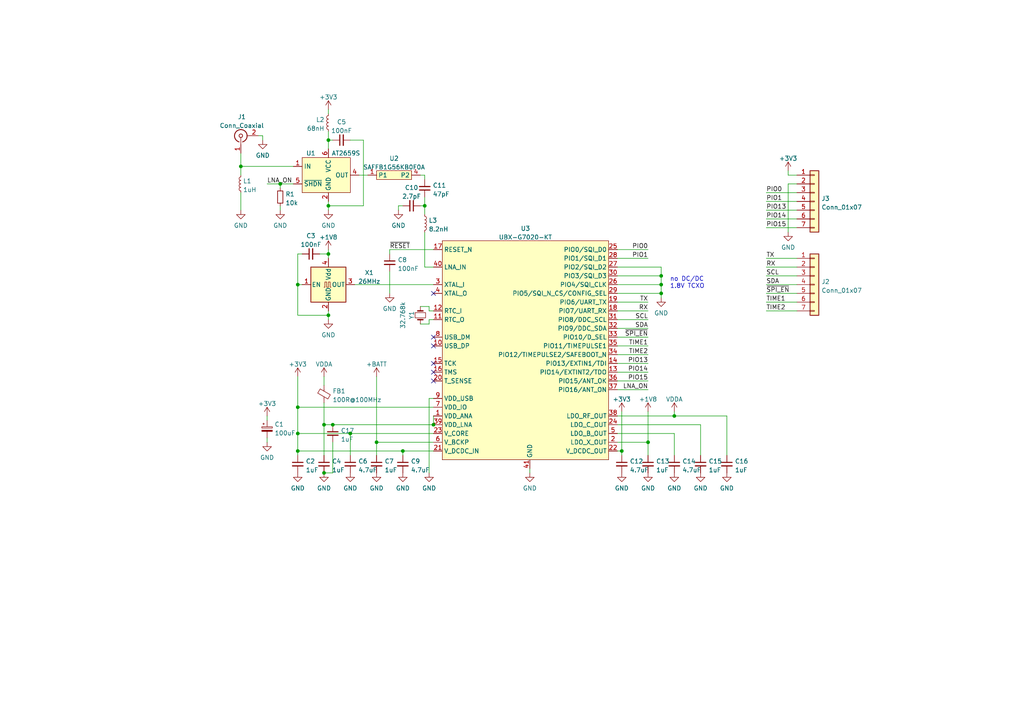
<source format=kicad_sch>
(kicad_sch (version 20211123) (generator eeschema)
  (paper "A4")
  (lib_symbols
    (symbol "Connector:Conn_Coaxial" (pin_names (offset 1.016) hide)
      (property "Reference" "J" (at 0.254 3.048 0))
      (property "Value" "Conn_Coaxial" (at 2.921 0 90))
      (symbol "Conn_Coaxial_0_1"
        (arc (start -1.778 -0.508) (mid 0.2311 -1.8066) (end 1.778 0) (stroke (width 0.254)))
        (polyline (pts (xy -2.54 0) (xy -0.508 0)))
        (polyline (pts (xy 0 -2.54) (xy 0 -1.778)))
        (circle (center 0 0) (radius 0.508) (stroke (width 0.2032)))
        (arc (start 1.778 0) (mid 0.2099 1.8101) (end -1.778 0.508) (stroke (width 0.254)))
      )
      (symbol "Conn_Coaxial_1_1"
        (pin passive line (at -5.08 0 0) (length 2.54) (name "In") (number "1"))
        (pin passive line (at 0 -5.08 90) (length 2.54) (name "Ext") (number "2"))
      )
    )
    (symbol "Connector_Generic:Conn_01x07" (pin_names (offset 1.016) hide)
      (property "Reference" "J" (at 0 10.16 0))
      (property "Value" "Conn_01x07" (at 0 -10.16 0))
      (symbol "Conn_01x07_1_1"
        (rectangle (start -1.27 -7.493) (end 0 -7.747) (stroke (width 0.1524)))
        (rectangle (start -1.27 -4.953) (end 0 -5.207) (stroke (width 0.1524)))
        (rectangle (start -1.27 -2.413) (end 0 -2.667) (stroke (width 0.1524)))
        (rectangle (start -1.27 0.127) (end 0 -0.127) (stroke (width 0.1524)))
        (rectangle (start -1.27 2.667) (end 0 2.413) (stroke (width 0.1524)))
        (rectangle (start -1.27 5.207) (end 0 4.953) (stroke (width 0.1524)))
        (rectangle (start -1.27 7.747) (end 0 7.493) (stroke (width 0.1524)))
        (rectangle (start -1.27 8.89) (end 1.27 -8.89) (stroke (width 0.254)) (fill (type background)))
        (pin passive line (at -5.08 7.62 0) (length 3.81) (name "Pin_1") (number "1"))
        (pin passive line (at -5.08 5.08 0) (length 3.81) (name "Pin_2") (number "2"))
        (pin passive line (at -5.08 2.54 0) (length 3.81) (name "Pin_3") (number "3"))
        (pin passive line (at -5.08 0 0) (length 3.81) (name "Pin_4") (number "4"))
        (pin passive line (at -5.08 -2.54 0) (length 3.81) (name "Pin_5") (number "5"))
        (pin passive line (at -5.08 -5.08 0) (length 3.81) (name "Pin_6") (number "6"))
        (pin passive line (at -5.08 -7.62 0) (length 3.81) (name "Pin_7") (number "7"))
      )
    )
    (symbol "Device:C_Polarized_Small" (pin_numbers hide) (pin_names (offset 0.254) hide)
      (property "Reference" "C" (at 0.254 1.778 0))
      (property "Value" "C_Polarized_Small" (at 0.254 -2.032 0))
      (symbol "C_Polarized_Small_0_1"
        (rectangle (start -1.524 -0.3048) (end 1.524 -0.6858) (fill (type outline)))
        (rectangle (start -1.524 0.6858) (end 1.524 0.3048))
        (polyline (pts (xy -1.27 1.524) (xy -0.762 1.524)))
        (polyline (pts (xy -1.016 1.27) (xy -1.016 1.778)))
      )
      (symbol "C_Polarized_Small_1_1"
        (pin passive line (at 0 2.54 270) (length 1.8542) (name "~") (number "1"))
        (pin passive line (at 0 -2.54 90) (length 1.8542) (name "~") (number "2"))
      )
    )
    (symbol "Device:C_Small" (pin_numbers hide) (pin_names (offset 0.254) hide)
      (property "Reference" "C" (at 0.254 1.778 0))
      (property "Value" "C_Small" (at 0.254 -2.032 0))
      (symbol "C_Small_0_1"
        (polyline (pts (xy -1.524 -0.508) (xy 1.524 -0.508)) (stroke (width 0.3302)))
        (polyline (pts (xy -1.524 0.508) (xy 1.524 0.508)) (stroke (width 0.3048)))
      )
      (symbol "C_Small_1_1"
        (pin passive line (at 0 2.54 270) (length 2.032) (name "~") (number "1"))
        (pin passive line (at 0 -2.54 90) (length 2.032) (name "~") (number "2"))
      )
    )
    (symbol "Device:Crystal_Small" (pin_numbers hide) (pin_names (offset 1.016) hide)
      (property "Reference" "Y" (at 0 2.54 0))
      (property "Value" "Crystal_Small" (at 0 -2.54 0))
      (symbol "Crystal_Small_0_1"
        (rectangle (start -0.762 -1.524) (end 0.762 1.524))
        (polyline (pts (xy -1.27 -0.762) (xy -1.27 0.762)) (stroke (width 0.381)))
        (polyline (pts (xy 1.27 -0.762) (xy 1.27 0.762)) (stroke (width 0.381)))
      )
      (symbol "Crystal_Small_1_1"
        (pin passive line (at -2.54 0 0) (length 1.27) (name "1") (number "1"))
        (pin passive line (at 2.54 0 180) (length 1.27) (name "2") (number "2"))
      )
    )
    (symbol "Device:FerriteBead_Small" (pin_numbers hide) (pin_names (offset 0))
      (property "Reference" "FB" (at 1.905 1.27 0))
      (property "Value" "FerriteBead_Small" (at 1.905 -1.27 0))
      (symbol "FerriteBead_Small_0_1"
        (polyline (pts (xy 0 -1.27) (xy 0 -0.7874)))
        (polyline (pts (xy 0 0.889) (xy 0 1.2954)))
        (polyline (pts (xy -1.8288 0.2794) (xy -1.1176 1.4986) (xy 1.8288 -0.2032) (xy 1.1176 -1.4224) (xy -1.8288 0.2794)))
      )
      (symbol "FerriteBead_Small_1_1"
        (pin passive line (at 0 2.54 270) (length 1.27) (name "~") (number "1"))
        (pin passive line (at 0 -2.54 90) (length 1.27) (name "~") (number "2"))
      )
    )
    (symbol "Device:L_Small" (pin_numbers hide) (pin_names (offset 0.254) hide)
      (property "Reference" "L" (at 0.762 1.016 0))
      (property "Value" "L_Small" (at 0.762 -1.016 0))
      (symbol "L_Small_0_1"
        (arc (start 0 -2.032) (mid 0.508 -1.524) (end 0 -1.016))
        (arc (start 0 -1.016) (mid 0.508 -0.508) (end 0 0))
        (arc (start 0 0) (mid 0.508 0.508) (end 0 1.016))
        (arc (start 0 1.016) (mid 0.508 1.524) (end 0 2.032))
      )
      (symbol "L_Small_1_1"
        (pin passive line (at 0 2.54 270) (length 0.508) (name "~") (number "1"))
        (pin passive line (at 0 -2.54 90) (length 0.508) (name "~") (number "2"))
      )
    )
    (symbol "Device:R_Small" (pin_numbers hide) (pin_names (offset 0.254) hide)
      (property "Reference" "R" (at 0.762 0.508 0))
      (property "Value" "R_Small" (at 0.762 -1.016 0))
      (symbol "R_Small_0_1"
        (rectangle (start -0.762 1.778) (end 0.762 -1.778) (stroke (width 0.2032)))
      )
      (symbol "R_Small_1_1"
        (pin passive line (at 0 2.54 270) (length 0.762) (name "~") (number "1"))
        (pin passive line (at 0 -2.54 90) (length 0.762) (name "~") (number "2"))
      )
    )
    (symbol "GPS_ublox:UBX-G7020-KT"
      (property "Reference" "U" (at -22.86 30.48 0))
      (property "Value" "UBX-G7020-KT" (at 0 30.48 0))
      (symbol "UBX-G7020-KT_0_0"
        (pin power_in line (at -27.94 -21.59 0) (length 2.54) (name "VDD_ANA") (number "1"))
        (pin bidirectional line (at -27.94 -1.27 0) (length 2.54) (name "USB_DP") (number "10"))
        (pin output line (at -27.94 6.35 0) (length 2.54) (name "RTC_O") (number "11"))
        (pin input line (at -27.94 8.89 0) (length 2.54) (name "RTC_I") (number "12"))
        (pin bidirectional line (at 25.4 -8.89 180) (length 2.54) (name "PIO14/EXTINT2/TDO") (number "13"))
        (pin bidirectional line (at 25.4 -6.35 180) (length 2.54) (name "PIO13/EXTIN1/TDI") (number "14"))
        (pin input line (at -27.94 -6.35 0) (length 2.54) (name "TCK") (number "15"))
        (pin input line (at -27.94 -8.89 0) (length 2.54) (name "TMS") (number "16"))
        (pin input line (at -27.94 26.67 0) (length 2.54) (name "RESET_N") (number "17"))
        (pin bidirectional line (at 25.4 8.89 180) (length 2.54) (name "PIO7/UART_RX") (number "18"))
        (pin bidirectional line (at 25.4 11.43 180) (length 2.54) (name "PIO6/UART_TX") (number "19"))
        (pin power_out line (at 25.4 -29.21 180) (length 2.54) (name "LDO_X_OUT") (number "2"))
        (pin input line (at -27.94 -11.43 0) (length 2.54) (name "T_SENSE") (number "20"))
        (pin power_in line (at -27.94 -31.75 0) (length 2.54) (name "V_DCDC_IN") (number "21"))
        (pin power_out line (at 25.4 -31.75 180) (length 2.54) (name "V_DCDC_OUT") (number "22"))
        (pin power_in line (at -27.94 -26.67 0) (length 2.54) (name "V_CORE") (number "23"))
        (pin power_out line (at 25.4 -24.13 180) (length 2.54) (name "LDO_C_OUT") (number "24"))
        (pin bidirectional line (at 25.4 26.67 180) (length 2.54) (name "PIO0/SQI_D0") (number "25"))
        (pin bidirectional line (at 25.4 16.51 180) (length 2.54) (name "PIO4/SQI_CLK") (number "26"))
        (pin bidirectional line (at 25.4 21.59 180) (length 2.54) (name "PIO2/SQI_D2") (number "27"))
        (pin bidirectional line (at 25.4 24.13 180) (length 2.54) (name "PIO1/SQI_D1") (number "28"))
        (pin bidirectional line (at 25.4 13.97 180) (length 2.54) (name "PIO5/SQI_N_CS/CONFIG_SEL") (number "29"))
        (pin input line (at -27.94 16.51 0) (length 2.54) (name "XTAL_I") (number "3"))
        (pin bidirectional line (at 25.4 19.05 180) (length 2.54) (name "PIO3/SQI_D3") (number "30"))
        (pin bidirectional line (at 25.4 6.35 180) (length 2.54) (name "PIO8/DDC_SCL") (number "31"))
        (pin bidirectional line (at 25.4 3.81 180) (length 2.54) (name "PIO9/DDC_SDA") (number "32"))
        (pin bidirectional line (at 25.4 1.27 180) (length 2.54) (name "PIO10/D_SEL") (number "33"))
        (pin bidirectional line (at 25.4 -3.81 180) (length 2.54) (name "PIO12/TIMEPULSE2/SAFEBOOT_N") (number "34"))
        (pin bidirectional line (at 25.4 -1.27 180) (length 2.54) (name "PIO11/TIMEPULSE1") (number "35"))
        (pin bidirectional line (at 25.4 -11.43 180) (length 2.54) (name "PIO15/ANT_OK") (number "36"))
        (pin bidirectional line (at 25.4 -13.97 180) (length 2.54) (name "PIO16/ANT_ON") (number "37"))
        (pin power_out line (at 25.4 -21.59 180) (length 2.54) (name "LDO_RF_OUT") (number "38"))
        (pin power_in line (at -27.94 -24.13 0) (length 2.54) (name "VDD_LNA") (number "39"))
        (pin output line (at -27.94 13.97 0) (length 2.54) (name "XTAL_O") (number "4"))
        (pin input line (at -27.94 21.59 0) (length 2.54) (name "LNA_IN") (number "40"))
        (pin power_in line (at 0 -36.83 90) (length 2.54) (name "GND") (number "41"))
        (pin power_out line (at 25.4 -26.67 180) (length 2.54) (name "LDO_B_OUT") (number "5"))
        (pin power_in line (at -27.94 -29.21 0) (length 2.54) (name "V_BCKP") (number "6"))
        (pin power_in line (at -27.94 -19.05 0) (length 2.54) (name "VDD_IO") (number "7"))
        (pin bidirectional line (at -27.94 1.27 0) (length 2.54) (name "USB_DM") (number "8"))
        (pin power_in line (at -27.94 -16.51 0) (length 2.54) (name "VDD_USB") (number "9"))
      )
      (symbol "UBX-G7020-KT_0_1"
        (rectangle (start -25.4 29.21) (end 22.86 -34.29) (fill (type background)))
      )
    )
    (symbol "Oscillator:ASV-xxxMHz" (pin_names (offset 0.254))
      (property "Reference" "X" (at -5.08 6.35 0))
      (property "Value" "ASV-xxxMHz" (at 1.27 -6.35 0))
      (symbol "ASV-xxxMHz_0_1"
        (rectangle (start -5.08 5.08) (end 5.08 -5.08) (stroke (width 0.254)) (fill (type background)))
        (polyline (pts (xy -1.27 -0.762) (xy -1.016 -0.762) (xy -1.016 0.762) (xy -0.508 0.762) (xy -0.508 -0.762) (xy 0 -0.762) (xy 0 0.762) (xy 0.508 0.762) (xy 0.508 -0.762) (xy 0.762 -0.762)))
      )
      (symbol "ASV-xxxMHz_1_1"
        (pin input line (at -7.62 0 0) (length 2.54) (name "EN") (number "1"))
        (pin power_in line (at 0 -7.62 90) (length 2.54) (name "GND") (number "2"))
        (pin output line (at 7.62 0 180) (length 2.54) (name "OUT") (number "3"))
        (pin power_in line (at 0 7.62 270) (length 2.54) (name "Vdd") (number "4"))
      )
    )
    (symbol "RF_Filter_SAW:SAFFB1G56KB0F0A"
      (property "Reference" "U" (at -11.43 2.54 0))
      (property "Value" "SAFFB1G56KB0F0A" (at 2.54 2.54 0))
      (symbol "SAFFB1G56KB0F0A_0_0"
        (pin passive line (at -7.62 0 0) (length 2.54) (name "P1") (number "1"))
        (pin passive line (at 7.62 0 180) (length 2.54) (name "P2") (number "4"))
      )
      (symbol "SAFFB1G56KB0F0A_0_1"
        (rectangle (start -5.08 1.27) (end 5.08 -1.27) (fill (type background)))
      )
    )
    (symbol "RF_LNA:AT2659S"
      (property "Reference" "U" (at -5.08 6.35 0))
      (property "Value" "AT2659S" (at 6.35 6.35 0))
      (symbol "AT2659S_0_0"
        (pin input line (at -8.89 2.54 0) (length 2.54) (name "IN") (number "1"))
        (pin power_in line (at 1.27 -7.62 90) (length 2.54) (name "GND") (number "2"))
        (pin passive line (at 1.27 -7.62 90) (length 2.54) hide (name "GND") (number "3"))
        (pin output line (at 10.16 0 180) (length 2.54) (name "OUT") (number "4"))
        (pin input line (at -8.89 -2.54 0) (length 2.54) (name "~{SHDN}") (number "5"))
        (pin power_in line (at 1.27 7.62 270) (length 2.54) (name "VCC") (number "6"))
      )
      (symbol "AT2659S_0_1"
        (rectangle (start -6.35 5.08) (end 7.62 -5.08) (fill (type background)))
      )
    )
    (symbol "power:+1V8" (power) (pin_names (offset 0))
      (property "Value" "+1V8" (at 0 3.556 0))
      (symbol "+1V8_0_1"
        (polyline (pts (xy -0.762 1.27) (xy 0 2.54)))
        (polyline (pts (xy 0 0) (xy 0 2.54)))
        (polyline (pts (xy 0 2.54) (xy 0.762 1.27)))
      )
      (symbol "+1V8_1_1"
        (pin power_in line (at 0 0 90) (length 0) hide (name "+1V8") (number "1"))
      )
    )
    (symbol "power:+3V3" (power) (pin_names (offset 0))
      (property "Value" "+3V3" (at 0 3.556 0))
      (symbol "+3V3_0_1"
        (polyline (pts (xy -0.762 1.27) (xy 0 2.54)))
        (polyline (pts (xy 0 0) (xy 0 2.54)))
        (polyline (pts (xy 0 2.54) (xy 0.762 1.27)))
      )
      (symbol "+3V3_1_1"
        (pin power_in line (at 0 0 90) (length 0) hide (name "+3V3") (number "1"))
      )
    )
    (symbol "power:+BATT" (power) (pin_names (offset 0))
      (property "Value" "+BATT" (at 0 3.556 0))
      (symbol "+BATT_0_1"
        (polyline (pts (xy -0.762 1.27) (xy 0 2.54)))
        (polyline (pts (xy 0 0) (xy 0 2.54)))
        (polyline (pts (xy 0 2.54) (xy 0.762 1.27)))
      )
      (symbol "+BATT_1_1"
        (pin power_in line (at 0 0 90) (length 0) hide (name "+BATT") (number "1"))
      )
    )
    (symbol "power:GND" (power) (pin_names (offset 0))
      (property "Value" "GND" (at 0 -3.81 0))
      (symbol "GND_0_1"
        (polyline (pts (xy 0 0) (xy 0 -1.27) (xy 1.27 -1.27) (xy 0 -2.54) (xy -1.27 -1.27) (xy 0 -1.27)))
      )
      (symbol "GND_1_1"
        (pin power_in line (at 0 0 270) (length 0) hide (name "GND") (number "1"))
      )
    )
    (symbol "power:VDDA" (power) (pin_names (offset 0))
      (property "Value" "VDDA" (at 0 3.81 0))
      (symbol "VDDA_0_1"
        (polyline (pts (xy -0.762 1.27) (xy 0 2.54)))
        (polyline (pts (xy 0 0) (xy 0 2.54)))
        (polyline (pts (xy 0 2.54) (xy 0.762 1.27)))
      )
      (symbol "VDDA_1_1"
        (pin power_in line (at 0 0 90) (length 0) hide (name "VDDA") (number "1"))
      )
    )
  )
  (junction (at 191.77 80.01))
  (junction (at 95.25 91.44))
  (junction (at 191.77 82.55))
  (junction (at 95.25 59.69))
  (junction (at 93.98 123.19))
  (junction (at 125.73 123.19))
  (junction (at 69.85 48.26))
  (junction (at 187.96 128.27))
  (junction (at 93.98 137.16))
  (junction (at 95.25 40.64))
  (junction (at 109.22 128.27))
  (junction (at 195.58 120.65))
  (junction (at 123.19 59.69))
  (junction (at 96.52 123.19))
  (junction (at 180.34 130.81))
  (junction (at 86.36 82.55))
  (junction (at 95.25 73.66))
  (junction (at 86.36 130.81))
  (junction (at 81.28 53.34))
  (junction (at 86.36 125.73))
  (junction (at 86.36 118.11))
  (junction (at 101.6 125.73))
  (junction (at 116.84 130.81))
  (junction (at 191.77 85.09))
  (no_connect (at 125.73 110.49))
  (no_connect (at 125.73 100.33))
  (no_connect (at 125.73 97.79))
  (no_connect (at 125.73 107.95))
  (no_connect (at 125.73 105.41))
  (no_connect (at 125.73 85.09))
  (wire (pts (xy 179.07 80.01) (xy 191.77 80.01)))
  (wire (pts (xy 93.98 132.08) (xy 93.98 123.19)))
  (wire (pts (xy 179.07 95.25) (xy 187.96 95.25)))
  (wire (pts (xy 69.85 44.45) (xy 69.85 48.26)))
  (wire (pts (xy 179.07 130.81) (xy 180.34 130.81)))
  (wire (pts (xy 179.07 100.33) (xy 187.96 100.33)))
  (wire (pts (xy 125.73 115.57) (xy 124.46 115.57)))
  (wire (pts (xy 96.52 128.27) (xy 96.52 137.16)))
  (wire (pts (xy 81.28 59.69) (xy 81.28 60.96)))
  (wire (pts (xy 116.84 130.81) (xy 116.84 132.08)))
  (wire (pts (xy 180.34 130.81) (xy 180.34 132.08)))
  (wire (pts (xy 195.58 120.65) (xy 210.82 120.65)))
  (wire (pts (xy 121.92 93.98) (xy 124.46 93.98)))
  (wire (pts (xy 231.14 55.88) (xy 222.25 55.88)))
  (wire (pts (xy 179.07 110.49) (xy 187.96 110.49)))
  (wire (pts (xy 77.47 120.65) (xy 77.47 121.92)))
  (wire (pts (xy 191.77 77.47) (xy 191.77 80.01)))
  (wire (pts (xy 231.14 60.96) (xy 222.25 60.96)))
  (wire (pts (xy 95.25 91.44) (xy 95.25 92.71)))
  (wire (pts (xy 124.46 90.17) (xy 124.46 88.9)))
  (wire (pts (xy 231.14 82.55) (xy 222.25 82.55)))
  (wire (pts (xy 86.36 91.44) (xy 86.36 82.55)))
  (wire (pts (xy 228.6 67.31) (xy 228.6 53.34)))
  (wire (pts (xy 86.36 82.55) (xy 87.63 82.55)))
  (wire (pts (xy 179.07 102.87) (xy 187.96 102.87)))
  (wire (pts (xy 231.14 74.93) (xy 222.25 74.93)))
  (wire (pts (xy 109.22 128.27) (xy 109.22 132.08)))
  (wire (pts (xy 95.25 40.64) (xy 95.25 43.18)))
  (wire (pts (xy 69.85 55.88) (xy 69.85 60.96)))
  (wire (pts (xy 179.07 74.93) (xy 187.96 74.93)))
  (wire (pts (xy 113.03 78.74) (xy 113.03 85.09)))
  (wire (pts (xy 77.47 53.34) (xy 81.28 53.34)))
  (wire (pts (xy 81.28 53.34) (xy 81.28 54.61)))
  (wire (pts (xy 86.36 109.22) (xy 86.36 118.11)))
  (wire (pts (xy 179.07 85.09) (xy 191.77 85.09)))
  (wire (pts (xy 95.25 72.39) (xy 95.25 73.66)))
  (wire (pts (xy 116.84 130.81) (xy 125.73 130.81)))
  (wire (pts (xy 86.36 73.66) (xy 87.63 73.66)))
  (wire (pts (xy 125.73 77.47) (xy 123.19 77.47)))
  (wire (pts (xy 95.25 58.42) (xy 95.25 59.69)))
  (wire (pts (xy 86.36 130.81) (xy 116.84 130.81)))
  (wire (pts (xy 179.07 105.41) (xy 187.96 105.41)))
  (wire (pts (xy 125.73 92.71) (xy 124.46 92.71)))
  (wire (pts (xy 179.07 90.17) (xy 187.96 90.17)))
  (wire (pts (xy 195.58 119.38) (xy 195.58 120.65)))
  (wire (pts (xy 231.14 87.63) (xy 222.25 87.63)))
  (wire (pts (xy 231.14 50.8) (xy 228.6 50.8)))
  (wire (pts (xy 179.07 113.03) (xy 187.96 113.03)))
  (wire (pts (xy 153.67 135.89) (xy 153.67 137.16)))
  (wire (pts (xy 77.47 127) (xy 77.47 128.27)))
  (wire (pts (xy 121.92 50.8) (xy 123.19 50.8)))
  (wire (pts (xy 124.46 92.71) (xy 124.46 93.98)))
  (wire (pts (xy 115.57 60.96) (xy 115.57 59.69)))
  (wire (pts (xy 96.52 40.64) (xy 95.25 40.64)))
  (wire (pts (xy 86.36 125.73) (xy 86.36 118.11)))
  (wire (pts (xy 123.19 57.15) (xy 123.19 59.69)))
  (wire (pts (xy 231.14 85.09) (xy 222.25 85.09)))
  (wire (pts (xy 179.07 92.71) (xy 187.96 92.71)))
  (wire (pts (xy 228.6 53.34) (xy 231.14 53.34)))
  (wire (pts (xy 124.46 115.57) (xy 124.46 137.16)))
  (wire (pts (xy 95.25 91.44) (xy 86.36 91.44)))
  (wire (pts (xy 95.25 31.75) (xy 95.25 33.02)))
  (wire (pts (xy 187.96 128.27) (xy 187.96 132.08)))
  (wire (pts (xy 179.07 125.73) (xy 195.58 125.73)))
  (wire (pts (xy 210.82 120.65) (xy 210.82 132.08)))
  (wire (pts (xy 96.52 137.16) (xy 93.98 137.16)))
  (wire (pts (xy 86.36 118.11) (xy 125.73 118.11)))
  (wire (pts (xy 92.71 73.66) (xy 95.25 73.66)))
  (wire (pts (xy 179.07 128.27) (xy 187.96 128.27)))
  (wire (pts (xy 95.25 59.69) (xy 95.25 60.96)))
  (wire (pts (xy 231.14 80.01) (xy 222.25 80.01)))
  (wire (pts (xy 101.6 125.73) (xy 101.6 132.08)))
  (wire (pts (xy 179.07 123.19) (xy 203.2 123.19)))
  (wire (pts (xy 93.98 116.84) (xy 93.98 123.19)))
  (wire (pts (xy 231.14 58.42) (xy 222.25 58.42)))
  (wire (pts (xy 125.73 90.17) (xy 124.46 90.17)))
  (wire (pts (xy 123.19 59.69) (xy 123.19 62.23)))
  (wire (pts (xy 69.85 48.26) (xy 69.85 50.8)))
  (wire (pts (xy 231.14 63.5) (xy 222.25 63.5)))
  (wire (pts (xy 191.77 80.01) (xy 191.77 82.55)))
  (wire (pts (xy 109.22 128.27) (xy 125.73 128.27)))
  (wire (pts (xy 86.36 125.73) (xy 101.6 125.73)))
  (wire (pts (xy 180.34 119.38) (xy 180.34 130.81)))
  (wire (pts (xy 96.52 123.19) (xy 125.73 123.19)))
  (wire (pts (xy 85.09 48.26) (xy 69.85 48.26)))
  (wire (pts (xy 95.25 73.66) (xy 95.25 74.93)))
  (wire (pts (xy 76.2 39.37) (xy 74.93 39.37)))
  (wire (pts (xy 179.07 77.47) (xy 191.77 77.47)))
  (wire (pts (xy 179.07 72.39) (xy 187.96 72.39)))
  (wire (pts (xy 179.07 97.79) (xy 187.96 97.79)))
  (wire (pts (xy 76.2 40.64) (xy 76.2 39.37)))
  (wire (pts (xy 191.77 82.55) (xy 191.77 85.09)))
  (wire (pts (xy 195.58 132.08) (xy 195.58 125.73)))
  (wire (pts (xy 123.19 67.31) (xy 123.19 77.47)))
  (wire (pts (xy 179.07 107.95) (xy 187.96 107.95)))
  (wire (pts (xy 104.14 50.8) (xy 106.68 50.8)))
  (wire (pts (xy 121.92 59.69) (xy 123.19 59.69)))
  (wire (pts (xy 231.14 77.47) (xy 222.25 77.47)))
  (wire (pts (xy 95.25 90.17) (xy 95.25 91.44)))
  (wire (pts (xy 187.96 119.38) (xy 187.96 128.27)))
  (wire (pts (xy 93.98 123.19) (xy 96.52 123.19)))
  (wire (pts (xy 95.25 38.1) (xy 95.25 40.64)))
  (wire (pts (xy 123.19 50.8) (xy 123.19 52.07)))
  (wire (pts (xy 179.07 87.63) (xy 187.96 87.63)))
  (wire (pts (xy 101.6 40.64) (xy 105.41 40.64)))
  (wire (pts (xy 101.6 125.73) (xy 125.73 125.73)))
  (wire (pts (xy 81.28 53.34) (xy 85.09 53.34)))
  (wire (pts (xy 125.73 72.39) (xy 113.03 72.39)))
  (wire (pts (xy 86.36 130.81) (xy 86.36 125.73)))
  (wire (pts (xy 191.77 85.09) (xy 191.77 86.36)))
  (wire (pts (xy 95.25 59.69) (xy 105.41 59.69)))
  (wire (pts (xy 105.41 59.69) (xy 105.41 40.64)))
  (wire (pts (xy 203.2 123.19) (xy 203.2 132.08)))
  (wire (pts (xy 179.07 82.55) (xy 191.77 82.55)))
  (wire (pts (xy 113.03 72.39) (xy 113.03 73.66)))
  (wire (pts (xy 125.73 120.65) (xy 125.73 123.19)))
  (wire (pts (xy 86.36 132.08) (xy 86.36 130.81)))
  (wire (pts (xy 109.22 109.22) (xy 109.22 128.27)))
  (wire (pts (xy 93.98 109.22) (xy 93.98 111.76)))
  (wire (pts (xy 179.07 120.65) (xy 195.58 120.65)))
  (wire (pts (xy 231.14 66.04) (xy 222.25 66.04)))
  (wire (pts (xy 231.14 90.17) (xy 222.25 90.17)))
  (wire (pts (xy 102.87 82.55) (xy 125.73 82.55)))
  (wire (pts (xy 115.57 59.69) (xy 116.84 59.69)))
  (wire (pts (xy 121.92 88.9) (xy 124.46 88.9)))
  (wire (pts (xy 228.6 50.8) (xy 228.6 49.53)))
  (wire (pts (xy 86.36 82.55) (xy 86.36 73.66)))
  (text "no DC/DC\n1.8V TCXO" (at 194.31 83.82 0) (effects (font (size 1.27 1.27)) (justify left bottom)))
  (label "~{RESET}" (at 113.03 72.39 0))
  (label "PIO1" (at 187.96 74.93 180))
  (label "TIME1" (at 222.25 87.63 0))
  (label "~{SPI_EN}" (at 222.25 85.09 0))
  (label "SCL" (at 222.25 80.01 0))
  (label "PIO13" (at 222.25 60.96 0))
  (label "RX" (at 222.25 77.47 0))
  (label "PIO1" (at 222.25 58.42 0))
  (label "PIO15" (at 187.96 110.49 180))
  (label "TX" (at 187.96 87.63 180))
  (label "PIO14" (at 222.25 63.5 0))
  (label "RX" (at 187.96 90.17 180))
  (label "TIME2" (at 187.96 102.87 180))
  (label "LNA_ON" (at 187.96 113.03 180))
  (label "PIO0" (at 222.25 55.88 0))
  (label "PIO15" (at 222.25 66.04 0))
  (label "PIO0" (at 187.96 72.39 180))
  (label "TX" (at 222.25 74.93 0))
  (label "PIO14" (at 187.96 107.95 180))
  (label "SCL" (at 187.96 92.71 180))
  (label "~{SPI_EN}" (at 187.96 97.79 180))
  (label "PIO13" (at 187.96 105.41 180))
  (label "SDA" (at 222.25 82.55 0))
  (label "LNA_ON" (at 77.47 53.34 0))
  (label "TIME2" (at 222.25 90.17 0))
  (label "TIME1" (at 187.96 100.33 180))
  (label "SDA" (at 187.96 95.25 180))
  (symbol (lib_id "Device:C_Polarized_Small") (at 77.47 124.46 0) (unit 1)
    (property "Reference" "C1" (at 79.629 123.0792 0) (effects (justify left)))
    (property "Value" "100uF" (at 79.629 125.6161 0) (effects (justify left)))
    (property "Footprint" "Capacitor_Tantalum_SMD:CP_EIA-3528-21_Kemet-B" (effects hide))
    (property "LCSC" "C16133" (effects hide))
  )
  (symbol (lib_id "power:+1V8") (at 95.25 72.39 0) (unit 1)
    (property "Reference" "#PWR0114" (effects hide))
    (property "Value" "+1V8" (at 95.25 68.8142 0))
  )
  (symbol (lib_id "Device:C_Small") (at 195.58 134.62 0) (unit 1)
    (property "Reference" "C14" (at 197.9041 133.7916 0) (effects (justify left)))
    (property "Value" "4.7uF" (at 197.9041 136.3285 0) (effects (justify left)))
    (property "Footprint" "Capacitor_SMD:C_0402_1005Metric" (effects hide))
    (property "LCSC" "C23733" (effects hide))
  )
  (symbol (lib_id "power:GND") (at 81.28 60.96 0) (unit 1)
    (property "Reference" "#PWR0128" (effects hide))
    (property "Value" "GND" (at 81.28 65.4034 0))
  )
  (symbol (lib_id "power:GND") (at 180.34 137.16 0) (unit 1)
    (property "Reference" "#PWR0109" (effects hide))
    (property "Value" "GND" (at 180.34 141.6034 0))
  )
  (symbol (lib_id "RF_Filter_SAW:SAFFB1G56KB0F0A") (at 114.3 50.8 0) (unit 1)
    (property "Reference" "U2" (at 114.3 45.9572 0))
    (property "Value" "SAFFB1G56KB0F0A" (at 114.3 48.4941 0))
    (property "Footprint" "Package_LGA_Murata:Murata_LGA-5" (effects hide))
    (property "Datasheet" "https://datasheet.lcsc.com/lcsc/1810181724_Murata-Electronics-SAFFB1G56KB0F0AR1X_C91647.pdf" (effects hide))
    (property "LCSC" "C91647" (effects hide))
  )
  (symbol (lib_id "Device:C_Small") (at 86.36 134.62 0) (unit 1)
    (property "Reference" "C2" (at 88.6841 133.7916 0) (effects (justify left)))
    (property "Value" "1uF" (at 88.6841 136.3285 0) (effects (justify left)))
    (property "Footprint" "Capacitor_SMD:C_0402_1005Metric" (effects hide))
    (property "LCSC" "C52923" (effects hide))
  )
  (symbol (lib_id "Device:C_Small") (at 180.34 134.62 0) (unit 1)
    (property "Reference" "C12" (at 182.6641 133.7916 0) (effects (justify left)))
    (property "Value" "4.7uF" (at 182.6641 136.3285 0) (effects (justify left)))
    (property "Footprint" "Capacitor_SMD:C_0402_1005Metric" (effects hide))
    (property "LCSC" "C23733" (effects hide))
  )
  (symbol (lib_id "power:+1V8") (at 187.96 119.38 0) (unit 1)
    (property "Reference" "#PWR0105" (effects hide))
    (property "Value" "+1V8" (at 187.96 115.8042 0))
  )
  (symbol (lib_id "power:VDDA") (at 93.98 109.22 0) (unit 1)
    (property "Reference" "#PWR0125" (effects hide))
    (property "Value" "VDDA" (at 93.98 105.6442 0))
  )
  (symbol (lib_id "Connector_Generic:Conn_01x07") (at 236.22 58.42 0) (unit 1)
    (property "Reference" "J3" (at 238.252 57.5853 0) (effects (justify left)))
    (property "Value" "Conn_01x07" (at 238.252 60.1222 0) (effects (justify left)))
    (property "Footprint" "Connector_PinHeader_2.54mm:PinHeader_1x07_P2.54mm_Vertical" (effects hide))
  )
  (symbol (lib_id "Device:C_Small") (at 93.98 134.62 0) (unit 1)
    (property "Reference" "C4" (at 96.3041 133.7916 0) (effects (justify left)))
    (property "Value" "1uF" (at 96.3041 136.3285 0) (effects (justify left)))
    (property "Footprint" "Capacitor_SMD:C_0402_1005Metric" (effects hide))
    (property "LCSC" "C52923" (effects hide))
  )
  (symbol (lib_id "Device:C_Small") (at 119.38 59.69 270) (unit 1)
    (property "Reference" "C10" (at 119.3736 54.4281 90))
    (property "Value" "2.7pF" (at 119.3736 56.965 90))
    (property "Footprint" "Capacitor_SMD:C_0402_1005Metric" (effects hide))
    (property "LCSC" "C1561" (effects hide))
  )
  (symbol (lib_id "power:GND") (at 210.82 137.16 0) (unit 1)
    (property "Reference" "#PWR0104" (effects hide))
    (property "Value" "GND" (at 210.82 141.6034 0))
  )
  (symbol (lib_id "Device:L_Small") (at 123.19 64.77 0) (unit 1)
    (property "Reference" "L3" (at 124.333 63.9353 0) (effects (justify left)))
    (property "Value" "8.2nH" (at 124.333 66.4722 0) (effects (justify left)))
    (property "Footprint" "Inductor_SMD:L_0402_1005Metric" (effects hide))
    (property "LCSC" "C84404" (effects hide))
  )
  (symbol (lib_id "power:GND") (at 191.77 86.36 0) (unit 1)
    (property "Reference" "#PWR0102" (effects hide))
    (property "Value" "GND" (at 191.77 90.8034 0))
  )
  (symbol (lib_id "Device:C_Small") (at 210.82 134.62 0) (unit 1)
    (property "Reference" "C16" (at 213.1441 133.7916 0) (effects (justify left)))
    (property "Value" "1uF" (at 213.1441 136.3285 0) (effects (justify left)))
    (property "Footprint" "Capacitor_SMD:C_0402_1005Metric" (effects hide))
    (property "LCSC" "C52923" (effects hide))
  )
  (symbol (lib_id "Device:C_Small") (at 109.22 134.62 0) (unit 1)
    (property "Reference" "C7" (at 111.5441 133.7916 0) (effects (justify left)))
    (property "Value" "1uF" (at 111.5441 136.3285 0) (effects (justify left)))
    (property "Footprint" "Capacitor_SMD:C_0402_1005Metric" (effects hide))
    (property "LCSC" "C52923" (effects hide))
  )
  (symbol (lib_id "GPS_ublox:UBX-G7020-KT") (at 153.67 99.06 0) (unit 1)
    (property "Reference" "U3" (at 152.4 66.2772 0))
    (property "Value" "UBX-G7020-KT" (at 152.4 68.8141 0))
    (property "Footprint" "Package_DFN_QFN:QFN-40-1EP_5x5mm_P0.4mm_EP3.6x3.6mm" (effects hide))
  )
  (symbol (lib_id "power:GND") (at 116.84 137.16 0) (unit 1)
    (property "Reference" "#PWR0118" (effects hide))
    (property "Value" "GND" (at 116.84 141.6034 0))
  )
  (symbol (lib_id "power:GND") (at 195.58 137.16 0) (unit 1)
    (property "Reference" "#PWR0108" (effects hide))
    (property "Value" "GND" (at 195.58 141.6034 0))
  )
  (symbol (lib_id "Device:C_Small") (at 113.03 76.2 0) (unit 1)
    (property "Reference" "C8" (at 115.3541 75.3716 0) (effects (justify left)))
    (property "Value" "100nF" (at 115.3541 77.9085 0) (effects (justify left)))
    (property "Footprint" "Capacitor_SMD:C_0402_1005Metric" (effects hide))
    (property "LCSC" "C1525" (effects hide))
  )
  (symbol (lib_id "Device:C_Small") (at 123.19 54.61 180) (unit 1)
    (property "Reference" "C11" (at 125.5141 53.7689 0) (effects (justify right)))
    (property "Value" "47pF" (at 125.5141 56.3058 0) (effects (justify right)))
    (property "Footprint" "Capacitor_SMD:C_0402_1005Metric" (effects hide))
    (property "LCSC" "C1567" (effects hide))
  )
  (symbol (lib_id "Device:L_Small") (at 95.25 35.56 0) (mirror y) (unit 1)
    (property "Reference" "L2" (at 94.107 34.7253 0) (effects (justify left)))
    (property "Value" "68nH" (at 94.107 37.2622 0) (effects (justify left)))
    (property "Footprint" "Inductor_SMD:L_0603_1608Metric" (effects hide))
    (property "LCSC" "C13415" (effects hide))
  )
  (symbol (lib_id "Device:C_Small") (at 116.84 134.62 0) (unit 1)
    (property "Reference" "C9" (at 119.1641 133.7916 0) (effects (justify left)))
    (property "Value" "4.7uF" (at 119.1641 136.3285 0) (effects (justify left)))
    (property "Footprint" "Capacitor_SMD:C_0402_1005Metric" (effects hide))
    (property "LCSC" "C23733" (effects hide))
  )
  (symbol (lib_id "power:GND") (at 101.6 137.16 0) (unit 1)
    (property "Reference" "#PWR0116" (effects hide))
    (property "Value" "GND" (at 101.6 141.6034 0))
  )
  (symbol (lib_id "Device:C_Small") (at 96.52 125.73 0) (unit 1)
    (property "Reference" "C17" (at 98.8441 124.9016 0) (effects (justify left)))
    (property "Value" "1uF" (at 98.8441 127.4385 0) (effects (justify left)))
    (property "Footprint" "Capacitor_SMD:C_0402_1005Metric" (effects hide))
    (property "LCSC" "C52923" (effects hide))
  )
  (symbol (lib_id "power:VDDA") (at 195.58 119.38 0) (unit 1)
    (property "Reference" "#PWR0107" (effects hide))
    (property "Value" "VDDA" (at 195.58 115.8042 0))
  )
  (symbol (lib_id "power:GND") (at 69.85 60.96 0) (unit 1)
    (property "Reference" "#PWR0129" (effects hide))
    (property "Value" "GND" (at 69.85 65.4034 0))
  )
  (symbol (lib_id "power:GND") (at 77.47 128.27 0) (unit 1)
    (property "Reference" "#PWR0121" (effects hide))
    (property "Value" "GND" (at 77.47 132.7134 0))
  )
  (symbol (lib_id "power:GND") (at 86.36 137.16 0) (unit 1)
    (property "Reference" "#PWR0119" (effects hide))
    (property "Value" "GND" (at 86.36 141.6034 0))
  )
  (symbol (lib_id "Device:C_Small") (at 90.17 73.66 90) (unit 1)
    (property "Reference" "C3" (at 90.1763 68.3981 90))
    (property "Value" "100nF" (at 90.1763 70.935 90))
    (property "Footprint" "Capacitor_SMD:C_0402_1005Metric" (effects hide))
    (property "LCSC" "C1525" (effects hide))
  )
  (symbol (lib_id "Device:Crystal_Small") (at 121.92 91.44 270) (unit 1)
    (property "Reference" "Y1" (at 119.38 91.44 0))
    (property "Value" "32.768k" (at 116.84 91.44 0))
    (property "Footprint" "Crystal:Crystal_SMD_3215-2Pin_3.2x1.5mm" (effects hide))
    (property "LCSC" "C32346" (effects hide))
  )
  (symbol (lib_id "power:+3V3") (at 95.25 31.75 0) (mirror y) (unit 1)
    (property "Reference" "#PWR0127" (effects hide))
    (property "Value" "+3V3" (at 95.25 28.1742 0))
  )
  (symbol (lib_id "power:GND") (at 153.67 137.16 0) (unit 1)
    (property "Reference" "#PWR0101" (effects hide))
    (property "Value" "GND" (at 153.67 141.6034 0))
  )
  (symbol (lib_id "power:GND") (at 115.57 60.96 0) (unit 1)
    (property "Reference" "#PWR0111" (effects hide))
    (property "Value" "GND" (at 115.57 65.4034 0))
  )
  (symbol (lib_id "power:GND") (at 93.98 137.16 0) (unit 1)
    (property "Reference" "#PWR0120" (effects hide))
    (property "Value" "GND" (at 93.98 141.6034 0))
  )
  (symbol (lib_id "power:GND") (at 187.96 137.16 0) (unit 1)
    (property "Reference" "#PWR0110" (effects hide))
    (property "Value" "GND" (at 187.96 141.6034 0))
  )
  (symbol (lib_id "Device:FerriteBead_Small") (at 93.98 114.3 0) (unit 1)
    (property "Reference" "FB1" (at 96.4438 113.4272 0) (effects (justify left)))
    (property "Value" "100R@100MHz" (at 96.4438 115.9641 0) (effects (justify left)))
    (property "Footprint" "Inductor_SMD:L_0402_1005Metric" (effects hide))
    (property "LCSC" "C76891" (effects hide))
  )
  (symbol (lib_id "power:+3V3") (at 77.47 120.65 0) (unit 1)
    (property "Reference" "#PWR0122" (effects hide))
    (property "Value" "+3V3" (at 77.47 117.0742 0))
  )
  (symbol (lib_id "Connector_Generic:Conn_01x07") (at 236.22 82.55 0) (unit 1)
    (property "Reference" "J2" (at 238.252 81.7153 0) (effects (justify left)))
    (property "Value" "Conn_01x07" (at 238.252 84.2522 0) (effects (justify left)))
    (property "Footprint" "Connector_PinHeader_2.54mm:PinHeader_1x07_P2.54mm_Vertical" (effects hide))
  )
  (symbol (lib_id "power:GND") (at 109.22 137.16 0) (unit 1)
    (property "Reference" "#PWR0117" (effects hide))
    (property "Value" "GND" (at 109.22 141.6034 0))
  )
  (symbol (lib_id "power:GND") (at 113.03 85.09 0) (unit 1)
    (property "Reference" "#PWR0115" (effects hide))
    (property "Value" "GND" (at 113.03 89.5334 0))
  )
  (symbol (lib_id "power:+BATT") (at 109.22 109.22 0) (unit 1)
    (property "Reference" "#PWR0124" (effects hide))
    (property "Value" "+BATT" (at 109.22 105.6442 0))
  )
  (symbol (lib_id "Device:C_Small") (at 101.6 134.62 0) (unit 1)
    (property "Reference" "C6" (at 103.9241 133.7916 0) (effects (justify left)))
    (property "Value" "4.7uF" (at 103.9241 136.3285 0) (effects (justify left)))
    (property "Footprint" "Capacitor_SMD:C_0402_1005Metric" (effects hide))
    (property "LCSC" "C23733" (effects hide))
  )
  (symbol (lib_id "power:+3V3") (at 86.36 109.22 0) (unit 1)
    (property "Reference" "#PWR0126" (effects hide))
    (property "Value" "+3V3" (at 86.36 105.6442 0))
  )
  (symbol (lib_id "power:GND") (at 76.2 40.64 0) (unit 1)
    (property "Reference" "#PWR0130" (effects hide))
    (property "Value" "GND" (at 76.2 45.0834 0))
  )
  (symbol (lib_id "Device:C_Small") (at 203.2 134.62 0) (unit 1)
    (property "Reference" "C15" (at 205.5241 133.7916 0) (effects (justify left)))
    (property "Value" "1uF" (at 205.5241 136.3285 0) (effects (justify left)))
    (property "Footprint" "Capacitor_SMD:C_0402_1005Metric" (effects hide))
    (property "LCSC" "C52923" (effects hide))
  )
  (symbol (lib_id "power:GND") (at 228.6 67.31 0) (mirror y) (unit 1)
    (property "Reference" "#PWR0131" (effects hide))
    (property "Value" "GND" (at 228.6 71.7534 0))
  )
  (symbol (lib_id "Device:C_Small") (at 187.96 134.62 0) (unit 1)
    (property "Reference" "C13" (at 190.2841 133.7916 0) (effects (justify left)))
    (property "Value" "1uF" (at 190.2841 136.3285 0) (effects (justify left)))
    (property "Footprint" "Capacitor_SMD:C_0402_1005Metric" (effects hide))
    (property "LCSC" "C52923" (effects hide))
  )
  (symbol (lib_id "Device:R_Small") (at 81.28 57.15 180) (unit 1)
    (property "Reference" "R1" (at 82.7786 56.3153 0) (effects (justify right)))
    (property "Value" "10k" (at 82.7786 58.8522 0) (effects (justify right)))
    (property "Footprint" "Resistor_SMD:R_0402_1005Metric" (effects hide))
    (property "LCSC" "C25744" (effects hide))
  )
  (symbol (lib_id "power:GND") (at 95.25 92.71 0) (unit 1)
    (property "Reference" "#PWR0123" (effects hide))
    (property "Value" "GND" (at 95.25 97.1534 0))
  )
  (symbol (lib_id "power:+3V3") (at 180.34 119.38 0) (unit 1)
    (property "Reference" "#PWR0106" (effects hide))
    (property "Value" "+3V3" (at 180.34 115.8042 0))
  )
  (symbol (lib_id "Oscillator:ASV-xxxMHz") (at 95.25 82.55 0) (unit 1)
    (property "Reference" "X1" (at 107.098 79.0916 0))
    (property "Value" "26MHz" (at 107.098 81.6285 0))
    (property "Footprint" "Crystal:Crystal_SMD_3225-4Pin_3.2x2.5mm" (effects hide))
    (property "Datasheet" "http://www.abracon.com/Oscillators/ASV.pdf" (effects hide))
    (property "LCSC" "C213404" (effects hide))
  )
  (symbol (lib_id "power:GND") (at 124.46 137.16 0) (unit 1)
    (property "Reference" "#PWR0112" (effects hide))
    (property "Value" "GND" (at 124.46 141.6034 0))
  )
  (symbol (lib_id "Device:L_Small") (at 69.85 53.34 180) (unit 1)
    (property "Reference" "L1" (at 70.485 52.5053 0) (effects (justify right)))
    (property "Value" "1uH" (at 70.485 55.0422 0) (effects (justify right)))
    (property "Footprint" "Inductor_SMD:L_0603_1608Metric" (effects hide))
    (property "LCSC" "C275338" (effects hide))
  )
  (symbol (lib_id "power:+3V3") (at 228.6 49.53 0) (mirror y) (unit 1)
    (property "Reference" "#PWR0132" (effects hide))
    (property "Value" "+3V3" (at 228.6 45.9542 0))
  )
  (symbol (lib_id "Connector:Conn_Coaxial") (at 69.85 39.37 90) (unit 1)
    (property "Reference" "J1" (at 70.1432 33.8921 90))
    (property "Value" "Conn_Coaxial" (at 70.1432 36.429 90))
    (property "Footprint" "Connector_Coaxial:SMA_Samtec_SMA-J-P-X-ST-EM1_EdgeMount" (effects hide))
    (property "Datasheet" " ~" (effects hide))
    (property "LCSC" "C2913580" (effects hide))
  )
  (symbol (lib_id "power:GND") (at 95.25 60.96 0) (unit 1)
    (property "Reference" "#PWR0113" (effects hide))
    (property "Value" "GND" (at 95.25 65.4034 0))
  )
  (symbol (lib_id "power:GND") (at 203.2 137.16 0) (unit 1)
    (property "Reference" "#PWR0103" (effects hide))
    (property "Value" "GND" (at 203.2 141.6034 0))
  )
  (symbol (lib_id "Device:C_Small") (at 99.06 40.64 90) (unit 1)
    (property "Reference" "C5" (at 99.0663 35.3781 90))
    (property "Value" "100nF" (at 99.0663 37.915 90))
    (property "Footprint" "Capacitor_SMD:C_0402_1005Metric" (effects hide))
    (property "LCSC" "C1525" (effects hide))
  )
  (symbol (lib_id "RF_LNA:AT2659S") (at 93.98 50.8 0) (unit 1)
    (property "Reference" "U1" (at 90.17 44.45 0))
    (property "Value" "AT2659S" (at 100.33 44.45 0))
    (property "Footprint" "Package_TO_SOT_SMD:SOT-23-6" (effects hide))
    (property "Datasheet" "https://datasheet.lcsc.com/lcsc/2109191430_ZHONGKEWEI-AT2659S_C883443.pdf" (effects hide))
    (property "LCSC" "C883443" (effects hide))
  )
)
</source>
